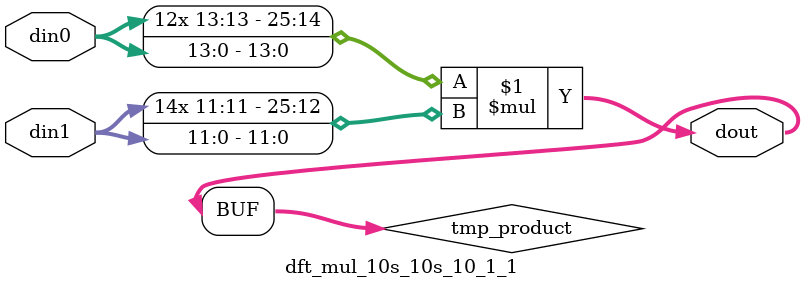
<source format=v>

`timescale 1 ns / 1 ps

 module dft_mul_10s_10s_10_1_1(din0, din1, dout);
parameter ID = 1;
parameter NUM_STAGE = 0;
parameter din0_WIDTH = 14;
parameter din1_WIDTH = 12;
parameter dout_WIDTH = 26;

input [din0_WIDTH - 1 : 0] din0; 
input [din1_WIDTH - 1 : 0] din1; 
output [dout_WIDTH - 1 : 0] dout;

wire signed [dout_WIDTH - 1 : 0] tmp_product;



























assign tmp_product = $signed(din0) * $signed(din1);








assign dout = tmp_product;





















endmodule

</source>
